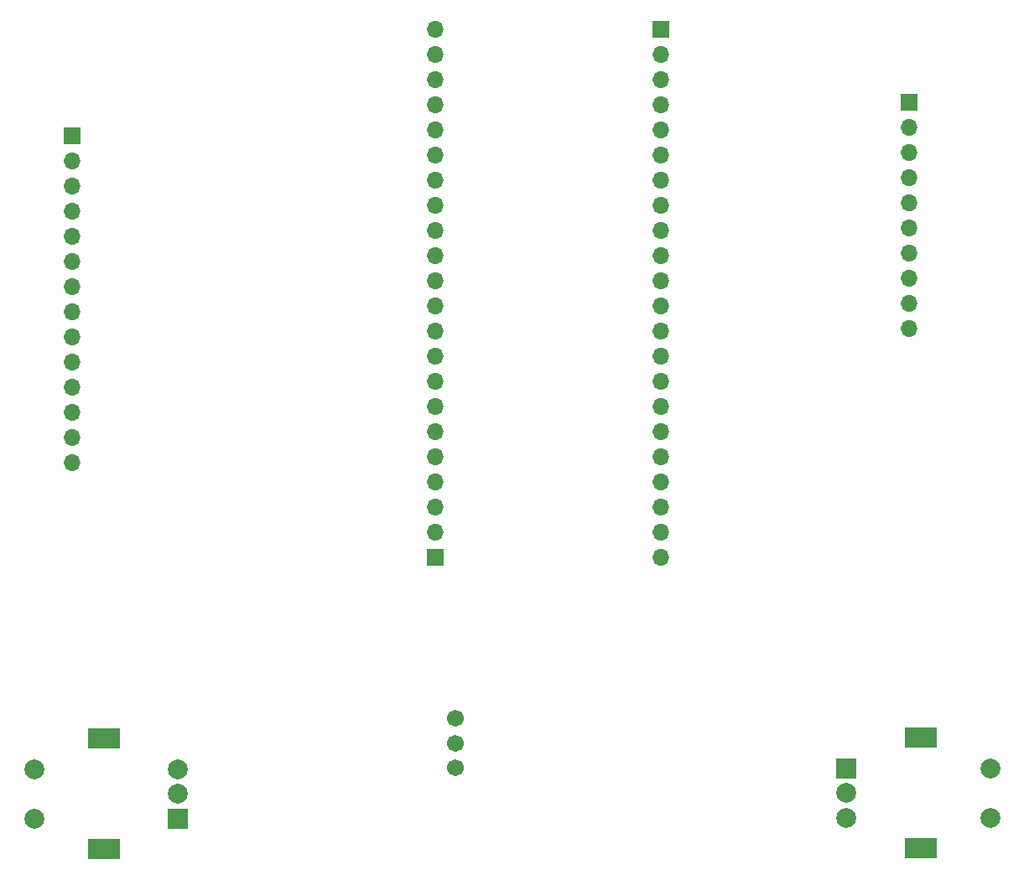
<source format=gbs>
%TF.GenerationSoftware,KiCad,Pcbnew,8.0.1-rc1*%
%TF.CreationDate,2024-08-02T07:45:06-04:00*%
%TF.ProjectId,Schema,53636865-6d61-42e6-9b69-6361645f7063,rev?*%
%TF.SameCoordinates,Original*%
%TF.FileFunction,Soldermask,Bot*%
%TF.FilePolarity,Negative*%
%FSLAX46Y46*%
G04 Gerber Fmt 4.6, Leading zero omitted, Abs format (unit mm)*
G04 Created by KiCad (PCBNEW 8.0.1-rc1) date 2024-08-02 07:45:06*
%MOMM*%
%LPD*%
G01*
G04 APERTURE LIST*
%ADD10R,1.700000X1.700000*%
%ADD11O,1.700000X1.700000*%
%ADD12R,2.000000X2.000000*%
%ADD13C,2.000000*%
%ADD14R,3.200000X2.000000*%
%ADD15C,1.701800*%
G04 APERTURE END LIST*
D10*
%TO.C,J4*%
X75620000Y-49360000D03*
D11*
X75620000Y-51900000D03*
X75620000Y-54440000D03*
X75620000Y-56980000D03*
X75620000Y-59520000D03*
X75620000Y-62060000D03*
X75620000Y-64600000D03*
X75620000Y-67140000D03*
X75620000Y-69680000D03*
X75620000Y-72220000D03*
X75620000Y-74760000D03*
X75620000Y-77300000D03*
X75620000Y-79840000D03*
X75620000Y-82380000D03*
%TD*%
D12*
%TO.C,SW1*%
X86280000Y-118360000D03*
D13*
X86280000Y-113360000D03*
X86280000Y-115860000D03*
D14*
X78780000Y-121460000D03*
X78780000Y-110260000D03*
D13*
X71780000Y-113360000D03*
X71780000Y-118360000D03*
%TD*%
D15*
%TO.C,SW3*%
X114269100Y-108270000D03*
X114269100Y-110770000D03*
X114269100Y-113270000D03*
%TD*%
D12*
%TO.C,SW2*%
X153780000Y-113280000D03*
D13*
X153780000Y-118280000D03*
X153780000Y-115780000D03*
D14*
X161280000Y-110180000D03*
X161280000Y-121380000D03*
D13*
X168280000Y-118280000D03*
X168280000Y-113280000D03*
%TD*%
D10*
%TO.C,J3*%
X160110000Y-46030000D03*
D11*
X160110000Y-48570000D03*
X160110000Y-51110000D03*
X160110000Y-53650000D03*
X160110000Y-56190000D03*
X160110000Y-58730000D03*
X160110000Y-61270000D03*
X160110000Y-63810000D03*
X160110000Y-66350000D03*
X160110000Y-68890000D03*
%TD*%
D10*
%TO.C,J1*%
X112220000Y-92010000D03*
D11*
X112220000Y-89470000D03*
X112220000Y-86930000D03*
X112220000Y-84390000D03*
X112220000Y-81850000D03*
X112220000Y-79310000D03*
X112220000Y-76770000D03*
X112220000Y-74230000D03*
X112220000Y-71690000D03*
X112220000Y-69150000D03*
X112220000Y-66610000D03*
X112220000Y-64070000D03*
X112220000Y-61530000D03*
X112220000Y-58990000D03*
X112220000Y-56450000D03*
X112220000Y-53910000D03*
X112220000Y-51370000D03*
X112220000Y-48830000D03*
X112220000Y-46290000D03*
X112220000Y-43750000D03*
X112220000Y-41210000D03*
X112220000Y-38670000D03*
%TD*%
D10*
%TO.C,J2*%
X135070000Y-38660000D03*
D11*
X135070000Y-41200000D03*
X135070000Y-43740000D03*
X135070000Y-46280000D03*
X135070000Y-48820000D03*
X135070000Y-51360000D03*
X135070000Y-53900000D03*
X135070000Y-56440000D03*
X135070000Y-58980000D03*
X135070000Y-61520000D03*
X135070000Y-64060000D03*
X135070000Y-66600000D03*
X135070000Y-69140000D03*
X135070000Y-71680000D03*
X135070000Y-74220000D03*
X135070000Y-76760000D03*
X135070000Y-79300000D03*
X135070000Y-81840000D03*
X135070000Y-84380000D03*
X135070000Y-86920000D03*
X135070000Y-89460000D03*
X135070000Y-92000000D03*
%TD*%
M02*

</source>
